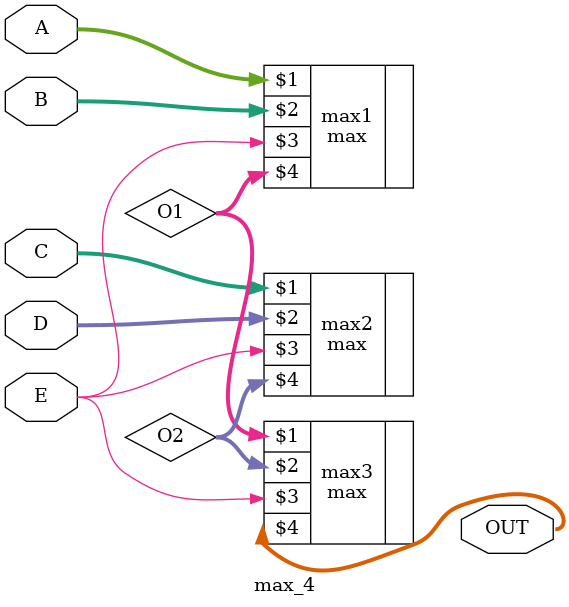
<source format=v>
module max_4(A,B,C,D,E,OUT);
input [31:0] A,B,C,D;
output [31:0] OUT;
wire [31:0] O1,O2;
input E;
max max1(A,B,E,O1);
max max2(C,D,E,O2);
max max3(O1,O2,E,OUT);

endmodule
</source>
